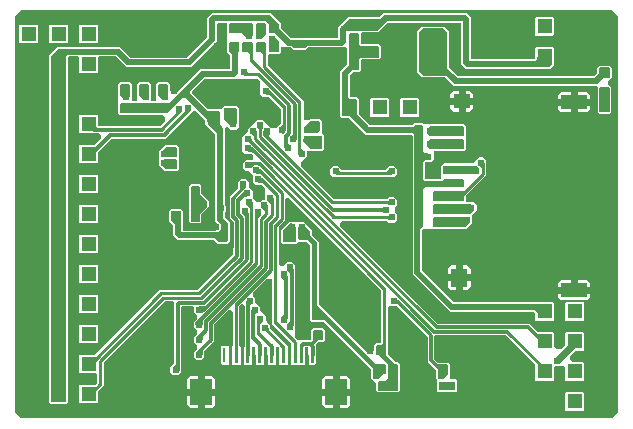
<source format=gbl>
%FSLAX25Y25*%
%MOIN*%
G70*
G01*
G75*
G04 Layer_Physical_Order=4*
G04 Layer_Color=16711680*
%ADD10R,0.05200X0.06000*%
%ADD11R,0.10000X0.03600*%
%ADD12C,0.02800*%
%ADD13R,0.04000X0.02800*%
%ADD14R,0.05400X0.04000*%
%ADD15C,0.04000*%
%ADD16R,0.06000X0.09600*%
%ADD17R,0.09000X0.07000*%
%ADD18R,0.03400X0.02800*%
%ADD19O,0.06496X0.01181*%
%ADD20O,0.01181X0.06496*%
%ADD21R,0.02756X0.00394*%
%ADD22R,0.05512X0.03150*%
%ADD23R,0.01575X0.06400*%
%ADD24R,0.07000X0.04000*%
%ADD25C,0.02400*%
%ADD26C,0.01000*%
%ADD27C,0.00600*%
%ADD28C,0.01400*%
%ADD29C,0.02000*%
%ADD30C,0.01200*%
%ADD31C,0.01600*%
%ADD32C,0.03000*%
%ADD33R,0.05000X0.05000*%
%ADD34R,0.05000X0.05000*%
%ADD35C,0.13780*%
%ADD36C,0.02756*%
%ADD37O,0.04000X0.07000*%
%ADD38O,0.04000X0.05000*%
%ADD39C,0.02400*%
%ADD40C,0.00400*%
%ADD41R,0.07200X0.08600*%
%ADD42R,0.01000X0.05000*%
%ADD43R,0.05600X0.04800*%
%ADD44R,0.06200X0.02800*%
%ADD45R,0.08600X0.04800*%
%ADD46R,0.05600X0.06200*%
%ADD47R,0.03600X0.04400*%
%ADD48R,0.04400X0.03600*%
%ADD49R,0.02800X0.03400*%
G04:AMPARAMS|DCode=50|XSize=37.4mil|YSize=94.49mil|CornerRadius=9.35mil|HoleSize=0mil|Usage=FLASHONLY|Rotation=270.000|XOffset=0mil|YOffset=0mil|HoleType=Round|Shape=RoundedRectangle|*
%AMROUNDEDRECTD50*
21,1,0.03740,0.07579,0,0,270.0*
21,1,0.01870,0.09449,0,0,270.0*
1,1,0.01870,-0.03789,-0.00935*
1,1,0.01870,-0.03789,0.00935*
1,1,0.01870,0.03789,0.00935*
1,1,0.01870,0.03789,-0.00935*
%
%ADD50ROUNDEDRECTD50*%
G04:AMPARAMS|DCode=51|XSize=157.48mil|YSize=94.49mil|CornerRadius=23.62mil|HoleSize=0mil|Usage=FLASHONLY|Rotation=270.000|XOffset=0mil|YOffset=0mil|HoleType=Round|Shape=RoundedRectangle|*
%AMROUNDEDRECTD51*
21,1,0.15748,0.04724,0,0,270.0*
21,1,0.11024,0.09449,0,0,270.0*
1,1,0.04724,-0.02362,-0.05512*
1,1,0.04724,-0.02362,0.05512*
1,1,0.04724,0.02362,0.05512*
1,1,0.04724,0.02362,-0.05512*
%
%ADD51ROUNDEDRECTD51*%
G36*
X201878Y134898D02*
Y2898D01*
X199878Y898D01*
X2878D01*
X878Y2898D01*
Y134898D01*
X2878Y136898D01*
X199878D01*
X201878Y134898D01*
D02*
G37*
%LPC*%
G36*
X125178Y107498D02*
X119578D01*
X119278Y107198D01*
Y101598D01*
X119578Y101298D01*
X125178D01*
X125478Y101598D01*
Y107198D01*
X125178Y107498D01*
D02*
G37*
G36*
X62378Y78898D02*
X59578D01*
X58978Y78298D01*
Y66298D01*
X59578Y65698D01*
X62378D01*
X62978Y66298D01*
Y68698D01*
X65678Y71398D01*
Y72998D01*
X62978Y75698D01*
Y78298D01*
X62378Y78898D01*
D02*
G37*
G36*
X28178Y41998D02*
X22578D01*
X22278Y41698D01*
Y36098D01*
X22578Y35798D01*
X28178D01*
X28478Y36098D01*
Y41698D01*
X28178Y41998D01*
D02*
G37*
G36*
X191378Y46998D02*
X182978D01*
X181878Y45898D01*
Y41298D01*
X182978Y40198D01*
X191378D01*
X192478Y41298D01*
Y45898D01*
X191378Y46998D01*
D02*
G37*
G36*
X143878Y131398D02*
X136478D01*
X134778Y129698D01*
Y116098D01*
X136478Y114398D01*
X144278D01*
X147178Y111498D01*
X194778D01*
X195078Y111198D01*
Y102698D01*
X195678Y102098D01*
X199078D01*
X199678Y102698D01*
Y111298D01*
X198678Y112298D01*
Y113298D01*
X199778Y114398D01*
Y117598D01*
X199078Y118298D01*
X195678D01*
X194978Y117598D01*
Y115898D01*
X193778Y114698D01*
X148578D01*
X145578Y117698D01*
Y129698D01*
X143878Y131398D01*
D02*
G37*
G36*
X135178Y107498D02*
X129578D01*
X129278Y107198D01*
Y101598D01*
X129578Y101298D01*
X135178D01*
X135478Y101598D01*
Y107198D01*
X135178Y107498D01*
D02*
G37*
G36*
X71778Y24998D02*
X69778D01*
X69478Y24698D01*
Y19098D01*
X70078Y18498D01*
X71778D01*
X72078Y18798D01*
Y24698D01*
X71778Y24998D01*
D02*
G37*
G36*
X28178Y31998D02*
X22578D01*
X22278Y31698D01*
Y26098D01*
X22578Y25798D01*
X28178D01*
X28478Y26098D01*
Y31698D01*
X28178Y31998D01*
D02*
G37*
G36*
X127278Y84898D02*
X125678D01*
X124278Y83498D01*
X109978D01*
X108578Y84898D01*
X106978D01*
X105978Y83898D01*
Y82298D01*
X106978Y81298D01*
X127278D01*
X128278Y82298D01*
Y83898D01*
X127278Y84898D01*
D02*
G37*
G36*
X54978Y91798D02*
X50878D01*
X48878Y89798D01*
Y85198D01*
X50878Y83198D01*
X54978D01*
X55578Y83798D01*
Y91198D01*
X54978Y91798D01*
D02*
G37*
G36*
X28178Y71998D02*
X22578D01*
X22278Y71698D01*
Y66098D01*
X22578Y65798D01*
X28178D01*
X28478Y66098D01*
Y71698D01*
X28178Y71998D01*
D02*
G37*
G36*
X190478Y39498D02*
X184578D01*
X184278Y39198D01*
Y33598D01*
X184578Y33298D01*
X190178D01*
X190478Y33598D01*
Y39498D01*
D02*
G37*
G36*
X28178Y81998D02*
X22578D01*
X22278Y81698D01*
Y76098D01*
X22578Y75798D01*
X28178D01*
X28478Y76098D01*
Y81698D01*
X28178Y81998D01*
D02*
G37*
G36*
X191378Y109598D02*
X182978D01*
X181878Y108498D01*
Y104398D01*
Y103898D01*
X182978Y102798D01*
X191378D01*
X192478Y103898D01*
Y108498D01*
X191378Y109598D01*
D02*
G37*
G36*
X151378Y135798D02*
X123678D01*
X122278Y134398D01*
X111878D01*
X108578Y131098D01*
Y127898D01*
X108278Y127598D01*
X92778D01*
X89478Y130898D01*
Y132598D01*
X86278Y135798D01*
X66378D01*
X64878Y134298D01*
Y127698D01*
X58178Y120998D01*
X39478D01*
X35878Y124598D01*
X15178D01*
X12278Y121698D01*
Y6098D01*
X12878Y5498D01*
X17878D01*
X18478Y6098D01*
Y121098D01*
X18778Y121398D01*
X21978D01*
X22278Y121098D01*
Y116098D01*
X22578Y115798D01*
X28178D01*
X28478Y116098D01*
Y121098D01*
X28778Y121398D01*
X34478D01*
X38078Y117798D01*
X59578D01*
X68078Y126298D01*
Y132298D01*
X68378Y132598D01*
X71378D01*
X71678Y132298D01*
Y122798D01*
X72578Y121898D01*
Y117498D01*
X72278Y117198D01*
X62678D01*
X54628Y109148D01*
X53778Y109998D01*
X52578D01*
Y112298D01*
X51978Y112898D01*
X48578D01*
X47978Y112298D01*
Y106798D01*
X47678Y106498D01*
X46478D01*
X46178Y106798D01*
Y112298D01*
X45578Y112898D01*
X42178D01*
X41578Y112298D01*
Y106798D01*
X41278Y106498D01*
X40078D01*
X39778Y106798D01*
Y112298D01*
X39178Y112898D01*
X35778D01*
X35178Y112298D01*
Y102498D01*
X35778Y101898D01*
X50078D01*
X50878Y101098D01*
Y99998D01*
X49078Y98198D01*
X28778D01*
X28478Y98498D01*
Y101698D01*
X28178Y101998D01*
X22578D01*
X22278Y101698D01*
Y96098D01*
X22578Y95798D01*
X28878D01*
X29578Y95098D01*
Y94098D01*
X27478Y91998D01*
X22578D01*
X22278Y91698D01*
Y86098D01*
X22578Y85798D01*
X28178D01*
X28478Y86098D01*
Y89498D01*
X32978Y93998D01*
X50978D01*
X60478Y103498D01*
X60978D01*
X64278Y100198D01*
Y98698D01*
X67578Y95398D01*
Y91798D01*
Y78898D01*
Y66398D01*
X68628Y65348D01*
X67778Y64498D01*
Y63298D01*
X57178D01*
X56878Y63598D01*
Y69998D01*
X56278Y70598D01*
X52878D01*
X52278Y69998D01*
Y66598D01*
X53678Y65198D01*
Y61598D01*
X55178Y60098D01*
X67178D01*
X68278Y58998D01*
X71678D01*
X72578Y59898D01*
Y65898D01*
X70778Y67698D01*
Y69498D01*
X71278Y69998D01*
Y71398D01*
X70778Y71898D01*
Y97498D01*
X71278Y97998D01*
X71878D01*
X72878Y96998D01*
X74478D01*
X75478Y97998D01*
Y104098D01*
X74878Y104698D01*
X70378D01*
X69478Y103798D01*
X65278D01*
X59778Y109298D01*
Y109698D01*
X64078Y113998D01*
X81778D01*
X82578Y113198D01*
Y108898D01*
X83578Y107898D01*
X85478D01*
X89478Y103898D01*
Y99098D01*
X88028Y97648D01*
X87178Y98498D01*
X86328Y97648D01*
X83678Y100298D01*
X81478D01*
X78478Y97298D01*
Y96398D01*
X76678Y94598D01*
Y89998D01*
X77678Y88998D01*
X79678D01*
X80278Y88398D01*
Y87198D01*
X79978Y86898D01*
X77878D01*
X76878Y85898D01*
Y84298D01*
X77878Y83298D01*
X78778D01*
X80178Y81898D01*
Y79598D01*
X81178Y78598D01*
X82978D01*
X84178Y77398D01*
Y73898D01*
X83878Y73598D01*
X83078D01*
X82378Y72898D01*
X81378D01*
X80078Y74198D01*
Y76498D01*
X78778Y77798D01*
Y79498D01*
X77778Y80498D01*
X76178D01*
X75178Y79498D01*
Y77498D01*
X72278Y74598D01*
Y67598D01*
X73678Y66198D01*
Y55498D01*
X61678Y43498D01*
X49078D01*
X37278Y31698D01*
X27578Y21998D01*
X22578D01*
X22278Y21698D01*
Y16098D01*
X22578Y15798D01*
X27878D01*
X28178Y15498D01*
Y12598D01*
X27578Y11998D01*
X22578D01*
X22278Y11698D01*
Y6098D01*
X22578Y5798D01*
X28178D01*
X28478Y6098D01*
Y9698D01*
X30378Y11598D01*
Y19298D01*
X50778Y39698D01*
X53378D01*
X53978Y39098D01*
Y19098D01*
X52578Y17698D01*
Y16098D01*
X53578Y15098D01*
X55178D01*
X56178Y16098D01*
Y37798D01*
X56478Y38098D01*
X60078D01*
X60378Y37798D01*
Y36098D01*
X61378Y35098D01*
Y33998D01*
X60378Y32998D01*
Y31098D01*
X61378Y30098D01*
Y28698D01*
X60378Y27698D01*
Y26098D01*
X61378Y25098D01*
Y23698D01*
X60378Y22698D01*
Y21098D01*
X61378Y20098D01*
X62978D01*
X63978Y21098D01*
Y23098D01*
X67278Y26398D01*
Y32098D01*
X71878Y36698D01*
X72778D01*
X73378Y36098D01*
Y24998D01*
X73078Y24698D01*
Y18798D01*
X73378Y18498D01*
X75718D01*
X76018Y18798D01*
Y24658D01*
X75678Y24998D01*
Y38198D01*
X76178Y38698D01*
X76878D01*
X77378Y38198D01*
Y24998D01*
X77018Y24638D01*
Y18798D01*
X77318Y18498D01*
X79653D01*
X79953Y18798D01*
Y24398D01*
X80953D01*
Y18798D01*
X81253Y18498D01*
X83598D01*
X83898Y18798D01*
Y24398D01*
X84898D01*
Y18798D01*
X85198Y18498D01*
X87538D01*
X87838Y18798D01*
Y24398D01*
X88838D01*
Y18798D01*
X89138Y18498D01*
X91488D01*
X91768Y18778D01*
Y24708D01*
X85978Y30498D01*
Y31798D01*
X84378Y33398D01*
Y34798D01*
X82678Y36498D01*
Y37798D01*
X80978Y39498D01*
Y40798D01*
X80278Y41498D01*
Y42798D01*
X84528Y47048D01*
X85378Y46198D01*
X86578D01*
Y32198D01*
X92768Y26008D01*
Y18798D01*
X93068Y18498D01*
X97378D01*
X97678Y18798D01*
Y24398D01*
X98678D01*
Y18798D01*
X98978Y18498D01*
X100678D01*
X101278Y19098D01*
Y25398D01*
X102178Y26298D01*
X103578D01*
X104178Y26898D01*
Y30298D01*
X103578Y30898D01*
X100178D01*
X99578Y30298D01*
Y27198D01*
X99078Y26698D01*
X95278D01*
X94278Y27698D01*
Y51898D01*
X93278Y52898D01*
X91678D01*
X90178Y51398D01*
X89378D01*
X88778Y51998D01*
Y64498D01*
X90978Y66698D01*
Y73998D01*
X91378Y74398D01*
X91978D01*
X122878Y43498D01*
Y25998D01*
X122678Y25798D01*
X121078D01*
X120478Y25198D01*
Y23298D01*
X119278D01*
X118428Y22448D01*
X102278Y38598D01*
Y59598D01*
X99878Y61998D01*
Y63598D01*
X97178Y66298D01*
X92178D01*
X89478Y63598D01*
Y59398D01*
X90078Y58798D01*
X94478D01*
X95178Y59498D01*
X98178D01*
X99278Y58398D01*
Y33598D01*
X99878Y32998D01*
X103678D01*
X119478Y17198D01*
Y14198D01*
X121178Y12498D01*
Y9998D01*
X121778Y9398D01*
X128478D01*
X129078Y9998D01*
Y18798D01*
X128478Y19398D01*
X127778D01*
X125078Y22098D01*
Y37598D01*
X125578Y38098D01*
X128278D01*
X138378Y27998D01*
Y19598D01*
X141178Y16798D01*
Y14298D01*
X141478Y13998D01*
Y9698D01*
X141778Y9398D01*
X147878D01*
X148278Y9798D01*
Y13398D01*
X147878Y13798D01*
X146078D01*
X145778Y14098D01*
Y18798D01*
X145278Y19298D01*
X141878D01*
X140578Y20598D01*
Y28198D01*
X140878Y28498D01*
X164378D01*
X174278Y18598D01*
Y13598D01*
X174578Y13298D01*
X180178D01*
X180478Y13598D01*
Y17798D01*
X180778Y18098D01*
X183978D01*
X184278Y17798D01*
Y13598D01*
X184578Y13298D01*
X190178D01*
X190478Y13598D01*
Y13998D01*
Y19198D01*
X190178Y19498D01*
X186778D01*
X185978Y20298D01*
Y21598D01*
X187678Y23298D01*
X190178D01*
X190478Y23598D01*
Y29198D01*
X190178Y29498D01*
X184578D01*
X184278Y29198D01*
Y25098D01*
X183178Y23998D01*
X181278D01*
X180478Y24798D01*
Y29198D01*
X180178Y29498D01*
X175178D01*
X172378Y32298D01*
X141878D01*
X109278Y64898D01*
Y65898D01*
X109978Y66598D01*
X124978D01*
X125678Y65898D01*
X127278D01*
X128278Y66898D01*
Y68498D01*
X127378Y69398D01*
Y70998D01*
X128278Y71898D01*
Y73498D01*
X127278Y74498D01*
X125678D01*
X125078Y73898D01*
X107178D01*
X96178Y84898D01*
Y86198D01*
X98178Y88198D01*
Y89698D01*
X98478Y89998D01*
X103278D01*
X103878Y90598D01*
Y94998D01*
X103178Y95698D01*
Y99798D01*
X102578Y100398D01*
X98978D01*
X98078Y101298D01*
X97078D01*
Y106498D01*
X85078Y118498D01*
Y121898D01*
X85378Y122198D01*
X88878D01*
X89478Y122798D01*
Y123498D01*
X90678D01*
Y124398D01*
X92878D01*
X93678Y123598D01*
X97678D01*
X98478Y124398D01*
X111178D01*
X111478Y124098D01*
Y118698D01*
X109278Y116498D01*
Y101598D01*
X109878Y100998D01*
X112078D01*
X117878Y95198D01*
X133078D01*
X133378Y94898D01*
Y48798D01*
X145878Y36298D01*
X173978D01*
X174278Y35998D01*
Y33598D01*
X174578Y33298D01*
X180278D01*
X180478Y33498D01*
Y39198D01*
X180178Y39498D01*
X147278D01*
X136578Y50198D01*
Y63398D01*
X137078Y63898D01*
X151278D01*
X153178Y65798D01*
Y68598D01*
X154878Y70298D01*
Y71698D01*
X153778Y72798D01*
X151378D01*
X151078Y73098D01*
Y74798D01*
X157978Y81698D01*
Y86798D01*
X156978Y87798D01*
X155378D01*
X153378Y85798D01*
X143778D01*
X142978Y84998D01*
Y80798D01*
X142678Y80498D01*
X137678D01*
X137378Y80798D01*
Y85898D01*
X137678Y86198D01*
X139378D01*
X140378Y87198D01*
Y89498D01*
X140678Y89798D01*
X150478D01*
X151078Y90398D01*
Y98198D01*
X150478Y98798D01*
X137178D01*
X136878Y99098D01*
X133978D01*
X133278Y98398D01*
X119278D01*
X115478Y102198D01*
Y107298D01*
X114978Y107798D01*
X112778D01*
X112478Y108098D01*
Y115098D01*
X113478Y116098D01*
X115478D01*
X116078Y116698D01*
Y120098D01*
X116378Y120398D01*
X122178D01*
X122778Y120998D01*
Y124798D01*
X122178Y125398D01*
X116378D01*
X116078Y125698D01*
Y129098D01*
X116378Y129398D01*
X121878D01*
X125078Y132598D01*
X149378D01*
X149678Y132298D01*
Y118798D01*
X151178Y117298D01*
X179178D01*
X180478Y118598D01*
Y124198D01*
X180178Y124498D01*
X174578D01*
X174278Y124198D01*
Y120798D01*
X173978Y120498D01*
X153178D01*
X152878Y120798D01*
Y134298D01*
X151378Y135798D01*
D02*
G37*
G36*
X18178Y131998D02*
X12578D01*
X12278Y131698D01*
Y126098D01*
X12578Y125798D01*
X18178D01*
X18478Y126098D01*
Y131698D01*
X18178Y131998D01*
D02*
G37*
G36*
X8178D02*
X2578D01*
X2278Y131698D01*
Y126098D01*
X2578Y125798D01*
X8178D01*
X8478Y126098D01*
Y131698D01*
X8178Y131998D01*
D02*
G37*
G36*
X66478Y14798D02*
X59378D01*
X58278Y13698D01*
Y5298D01*
X59378Y4198D01*
X66378D01*
X67478Y5298D01*
Y6698D01*
Y13798D01*
X66478Y14798D01*
D02*
G37*
G36*
X28178Y131998D02*
X22578D01*
X22278Y131698D01*
Y126098D01*
X22578Y125798D01*
X28178D01*
X28478Y126098D01*
Y131698D01*
X28178Y131998D01*
D02*
G37*
G36*
X190178Y9498D02*
X184578D01*
X184278Y9198D01*
Y3598D01*
X184578Y3298D01*
X190178D01*
X190478Y3598D01*
X190478Y9198D01*
X190178Y9498D01*
D02*
G37*
G36*
X111378Y14798D02*
X104378D01*
X103278Y13698D01*
Y6698D01*
Y5298D01*
X104378Y4198D01*
X111378D01*
X112478Y5298D01*
Y9398D01*
Y13698D01*
X111378Y14798D01*
D02*
G37*
G36*
X151678Y51698D02*
X146278D01*
X145178Y50598D01*
Y44598D01*
X146278Y43498D01*
X151678D01*
X152778Y44598D01*
Y50598D01*
X151678Y51698D01*
D02*
G37*
G36*
X28178Y61998D02*
X22578D01*
X22278Y61698D01*
Y56098D01*
X22578Y55798D01*
X28178D01*
X28478Y56098D01*
Y61698D01*
X28178Y61998D01*
D02*
G37*
G36*
X152478Y109798D02*
X147078D01*
X145978Y108698D01*
Y104098D01*
X147078Y102998D01*
X152478D01*
X153578Y104098D01*
Y104398D01*
Y108698D01*
X152478Y109798D01*
D02*
G37*
G36*
X28178Y51998D02*
X22578D01*
X22278Y51698D01*
Y46098D01*
X22578Y45798D01*
X28178D01*
X28478Y46098D01*
Y51698D01*
X28178Y51998D01*
D02*
G37*
G36*
X180178Y134498D02*
X174578D01*
X174278Y134198D01*
Y128598D01*
X174578Y128298D01*
X180178D01*
X180678Y128798D01*
Y133998D01*
X180178Y134498D01*
D02*
G37*
G36*
X190478Y13598D02*
D01*
X190478Y9198D01*
X190478Y9198D01*
Y13598D01*
D02*
G37*
%LPD*%
G36*
X85178Y68698D02*
X83378Y66898D01*
Y51398D01*
X64978Y32998D01*
Y29998D01*
X63378Y28398D01*
Y26898D01*
X62178D01*
X61328Y27748D01*
X63978Y30398D01*
Y33398D01*
X82378Y51798D01*
Y67298D01*
X84078Y68998D01*
Y69998D01*
X83128Y70948D01*
X83978Y71798D01*
X85178D01*
Y68698D01*
D02*
G37*
G36*
X80178Y52798D02*
X63078Y35698D01*
X62178D01*
Y38098D01*
X64078D01*
X79178Y53198D01*
Y70798D01*
X78128Y71848D01*
X78978Y72698D01*
X80178D01*
Y52798D01*
D02*
G37*
G36*
X115478Y128798D02*
Y125398D01*
X116078Y124798D01*
X121878D01*
X122178Y124498D01*
Y121298D01*
X121878Y120998D01*
X116078D01*
X115478Y120398D01*
Y116998D01*
X115178Y116698D01*
X113178D01*
X111878Y115398D01*
Y107798D01*
X112478Y107198D01*
X114578D01*
X114878Y106898D01*
Y101898D01*
X118978Y97798D01*
X133578D01*
X134278Y98498D01*
X136478D01*
X136778Y98198D01*
Y89798D01*
X137378Y89198D01*
X138578D01*
Y86798D01*
X137378D01*
X136778Y86198D01*
Y80498D01*
X137378Y79898D01*
X143178D01*
X143878Y80598D01*
X150093D01*
X150378Y80313D01*
Y78098D01*
X150078Y77798D01*
X143878Y77798D01*
X137378D01*
X136778Y77198D01*
Y64498D01*
X135978Y63698D01*
Y49898D01*
X146978Y38898D01*
X177378D01*
Y35898D01*
X175278D01*
X174278Y36898D01*
X146178D01*
X133978Y49098D01*
Y95198D01*
X133378Y95798D01*
X118178D01*
X112378Y101598D01*
X110178D01*
X109878Y101898D01*
Y116198D01*
X112078Y118398D01*
Y128798D01*
X112378Y129098D01*
X115178D01*
X115478Y128798D01*
D02*
G37*
G36*
X91678Y33498D02*
X90478D01*
X89628Y34348D01*
X90678Y35398D01*
Y46898D01*
X89628Y47948D01*
X90478Y48798D01*
X91678D01*
Y33498D01*
D02*
G37*
G36*
X93678Y31198D02*
X92478D01*
X91628Y32048D01*
X92678Y33098D01*
Y49198D01*
X91628Y50248D01*
X92478Y51098D01*
X93678D01*
Y31198D01*
D02*
G37*
G36*
X82828Y68648D02*
X81778Y67598D01*
Y52098D01*
X63378Y33698D01*
Y31898D01*
X60978D01*
Y32698D01*
X80778Y52498D01*
Y69498D01*
X81978D01*
X82828Y68648D01*
D02*
G37*
G36*
X79778Y93498D02*
X141578Y31698D01*
X172078D01*
X177378Y26398D01*
X176678Y25698D01*
X171678Y30698D01*
X141178D01*
X79178Y92698D01*
X78578D01*
Y93898D01*
X79778D01*
Y93498D01*
D02*
G37*
G36*
X78578Y53498D02*
X63778Y38698D01*
X55578D01*
Y16898D01*
X54378D01*
X53528Y17748D01*
X54578Y18798D01*
Y39112D01*
X55164Y39698D01*
X63378D01*
X77578Y53898D01*
Y68098D01*
X76528Y69148D01*
X77378Y69998D01*
X78578D01*
Y53498D01*
D02*
G37*
G36*
X140878Y30098D02*
X165078D01*
X178078Y17098D01*
X177378Y16398D01*
X164678Y29098D01*
X140478D01*
X79978Y89598D01*
X78478D01*
Y90798D01*
X79328Y91648D01*
X140878Y30098D01*
D02*
G37*
G36*
X188628Y25148D02*
X182528Y19048D01*
X180828Y20748D01*
X186928Y26848D01*
X188628Y25148D01*
D02*
G37*
G36*
X77828Y77848D02*
X73878Y73898D01*
Y68298D01*
X75278Y66898D01*
Y54798D01*
X62378Y41898D01*
X49778D01*
X26078Y18198D01*
X25378Y18898D01*
X49378Y42898D01*
X61978D01*
X74278Y55198D01*
Y66498D01*
X72878Y67898D01*
Y74298D01*
X75778Y77198D01*
Y78698D01*
X76978D01*
X77828Y77848D01*
D02*
G37*
G36*
X124478Y44198D02*
Y21798D01*
X127478Y18798D01*
X128178D01*
X128478Y18498D01*
Y10298D01*
X128178Y9998D01*
X122078D01*
X121778Y10298D01*
Y12898D01*
X122078Y13198D01*
X124078D01*
X125078Y14198D01*
Y18798D01*
X122078Y21798D01*
X121378D01*
X121078Y22098D01*
Y24898D01*
X121378Y25198D01*
X122978D01*
X123478Y25698D01*
Y43798D01*
X121978Y45298D01*
X122678Y45998D01*
X124478Y44198D01*
D02*
G37*
G36*
X78278Y75698D02*
Y74498D01*
X76778D01*
X75578Y73298D01*
Y68998D01*
X76878Y67698D01*
Y54098D01*
X63078Y40298D01*
X50478D01*
X29778Y19598D01*
Y11898D01*
X26078Y8198D01*
X25378Y8898D01*
X28778Y12298D01*
Y19998D01*
X50078Y41298D01*
X62678D01*
X75878Y54498D01*
Y67298D01*
X74578Y68598D01*
Y73698D01*
X77428Y76548D01*
X78278Y75698D01*
D02*
G37*
G36*
X139978Y28698D02*
Y20298D01*
X141578Y18698D01*
X144978D01*
X145178Y18498D01*
Y15498D01*
X143828Y14148D01*
X143078Y14898D01*
Y14998D01*
X141778D01*
Y17098D01*
X138978Y19898D01*
Y28298D01*
X128578Y38698D01*
X127078D01*
Y39898D01*
X127928Y40748D01*
X139978Y28698D01*
D02*
G37*
G36*
X99278Y63298D02*
Y61698D01*
X101578Y59398D01*
Y38398D01*
X121178Y18798D01*
X124178D01*
X124478Y18498D01*
Y15698D01*
X124178Y15398D01*
X123378D01*
X122128Y14148D01*
X121278Y14998D01*
X120078D01*
Y17498D01*
X103978Y33598D01*
X100178D01*
X99878Y33898D01*
Y58698D01*
X98478Y60098D01*
X95778Y60098D01*
X95178Y60698D01*
Y64498D01*
X96378D01*
X97228Y65348D01*
X99278Y63298D01*
D02*
G37*
G36*
X90378Y75998D02*
Y66998D01*
X88178Y64798D01*
Y32898D01*
X94738Y26338D01*
Y19398D01*
X94438Y19098D01*
X94038D01*
X93738Y19398D01*
Y25938D01*
X87178Y32498D01*
Y65198D01*
X89378Y67398D01*
Y75598D01*
X82778Y82198D01*
X81278D01*
Y83398D01*
X82128Y84248D01*
X90378Y75998D01*
D02*
G37*
G36*
X85378Y30198D02*
X90798Y24778D01*
Y19398D01*
X90498Y19098D01*
X90098D01*
X89798Y19398D01*
Y24378D01*
X83678Y30498D01*
X84178Y30998D01*
X85378D01*
Y30198D01*
D02*
G37*
G36*
X87178Y68398D02*
X84978Y66198D01*
Y50698D01*
X66678Y32398D01*
Y26698D01*
X63378Y23398D01*
Y21898D01*
X62178D01*
X61328Y22748D01*
X65678Y27098D01*
Y32798D01*
X83978Y51098D01*
Y66598D01*
X86178Y68798D01*
Y72198D01*
X85128Y73248D01*
X85978Y74098D01*
X87178D01*
Y68398D01*
D02*
G37*
G36*
X103578Y29998D02*
Y27198D01*
X103278Y26898D01*
X101878D01*
X100648Y25668D01*
Y19398D01*
X100348Y19098D01*
X99938D01*
X99638Y19398D01*
Y24638D01*
X99278Y24998D01*
X97078D01*
X96708Y24628D01*
Y19398D01*
X96408Y19098D01*
X95998D01*
X95698Y19398D01*
Y25118D01*
X96678Y26098D01*
X99378D01*
X100178Y26898D01*
Y29998D01*
X100478Y30298D01*
X103278D01*
X103578Y29998D01*
D02*
G37*
G36*
X80028Y39148D02*
X78988Y38108D01*
Y19398D01*
X78688Y19098D01*
X78288D01*
X77988Y19398D01*
Y39998D01*
X79178D01*
X80028Y39148D01*
D02*
G37*
G36*
X88778Y75298D02*
Y67698D01*
X86578Y65498D01*
Y49998D01*
X75058Y38478D01*
Y19398D01*
X74758Y19098D01*
X74348D01*
X74048Y19398D01*
Y38868D01*
X85578Y50398D01*
Y65898D01*
X87778Y68098D01*
Y74898D01*
X83478Y79198D01*
X81978D01*
Y80398D01*
X82828Y81248D01*
X88778Y75298D01*
D02*
G37*
G36*
X83428Y33148D02*
X82378Y32098D01*
Y29398D01*
X86868Y24908D01*
Y19398D01*
X86568Y19098D01*
X86158D01*
X85858Y19398D01*
Y24518D01*
X81378Y28998D01*
Y33998D01*
X82578D01*
X83428Y33148D01*
D02*
G37*
G36*
X81728Y36148D02*
X80678Y35098D01*
Y27898D01*
X82928Y25648D01*
Y19398D01*
X82628Y19098D01*
X82228D01*
X81928Y19398D01*
Y25248D01*
X79678Y27498D01*
Y36998D01*
X80878D01*
X81728Y36148D01*
D02*
G37*
G36*
X91078Y104698D02*
Y96898D01*
X89878D01*
X89028Y97748D01*
X90078Y98798D01*
Y104198D01*
X85778Y108498D01*
X84378D01*
Y109698D01*
X85228Y110548D01*
X91078Y104698D01*
D02*
G37*
G36*
X102578Y99498D02*
Y96698D01*
X101578Y95698D01*
X98178D01*
Y96898D01*
X97328Y97748D01*
X99378Y99798D01*
X102278D01*
X102578Y99498D01*
D02*
G37*
G36*
X74878Y103798D02*
Y98798D01*
X73678D01*
X72828Y97948D01*
X70378Y100398D01*
Y103798D01*
X70678Y104098D01*
X74578D01*
X74878Y103798D01*
D02*
G37*
G36*
X56428Y102948D02*
X49878Y96398D01*
X25378D01*
Y98898D01*
X27878D01*
Y98198D01*
X28478Y97598D01*
X49378D01*
X54378Y102598D01*
Y103798D01*
X55578D01*
X56428Y102948D01*
D02*
G37*
G36*
X78978Y115898D02*
X82178D01*
X92678Y105398D01*
Y95698D01*
X91578Y94598D01*
Y92898D01*
X92628Y91848D01*
X91778Y90998D01*
X90578D01*
Y94998D01*
X91678Y96098D01*
Y104998D01*
X81778Y114898D01*
X77078D01*
Y116098D01*
X77928Y116948D01*
X78978Y115898D01*
D02*
G37*
G36*
X103278Y94698D02*
Y90898D01*
X102978Y90598D01*
X99378D01*
X96978Y92998D01*
Y93798D01*
X98178D01*
Y94998D01*
X102978D01*
X103278Y94698D01*
D02*
G37*
G36*
X150478Y97898D02*
Y95098D01*
X150178Y94798D01*
X139178D01*
X138328Y95648D01*
X139178Y96498D01*
X138328Y97348D01*
X139178Y98198D01*
X150178D01*
X150478Y97898D01*
D02*
G37*
G36*
X80078Y125898D02*
Y120298D01*
X94578Y105798D01*
Y93698D01*
X93378D01*
X92528Y94548D01*
X93578Y95598D01*
Y105398D01*
X79078Y119898D01*
Y122198D01*
X78478Y122798D01*
X76978D01*
X76678Y123098D01*
Y125898D01*
X76978Y126198D01*
X79778D01*
X80078Y125898D01*
D02*
G37*
G36*
X199078Y110998D02*
Y102998D01*
X198778Y102698D01*
X195978D01*
X195678Y102998D01*
Y110998D01*
X195978Y111298D01*
X198778D01*
X199078Y110998D01*
D02*
G37*
G36*
X152278Y134026D02*
Y119898D01*
X174278D01*
X174878Y120498D01*
Y121298D01*
X179878D01*
Y118898D01*
X178878Y117898D01*
X151450D01*
X150278Y119069D01*
Y133198D01*
X124778D01*
X121578Y129998D01*
X111178D01*
Y126169D01*
X110006Y124998D01*
X98178D01*
X97378Y124198D01*
X93978D01*
X93178Y124998D01*
X91678D01*
X87478Y129198D01*
X85778D01*
X85478Y129498D01*
Y132198D01*
X84478Y133198D01*
X67478D01*
Y126569D01*
X59306Y118398D01*
X38350D01*
X34749Y121998D01*
X18478D01*
X17878Y121398D01*
Y6398D01*
X17578Y6098D01*
X13178D01*
X12878Y6398D01*
Y121398D01*
X15478Y123998D01*
X35578D01*
X39178Y120398D01*
X58478D01*
X65478Y127398D01*
Y134026D01*
X66650Y135198D01*
X85978D01*
X88878Y132298D01*
Y130598D01*
X92478Y126998D01*
X109178D01*
Y130826D01*
X112150Y133798D01*
X122549D01*
X123950Y135198D01*
X151106D01*
X152278Y134026D01*
D02*
G37*
G36*
X88878Y126598D02*
Y123098D01*
X88578Y122798D01*
X85778D01*
X85478Y123098D01*
Y127098D01*
X86678D01*
X87528Y127948D01*
X88878Y126598D01*
D02*
G37*
G36*
X84478Y132298D02*
Y128848D01*
X83078Y127448D01*
X82228Y128298D01*
X81078D01*
Y132298D01*
X81378Y132598D01*
X84178D01*
X84478Y132298D01*
D02*
G37*
G36*
X80078D02*
Y128298D01*
X78878D01*
X78028Y127448D01*
X76278Y129198D01*
X72578D01*
X72278Y129498D01*
Y132298D01*
X72578Y132598D01*
X79778D01*
X80078Y132298D01*
D02*
G37*
G36*
X45578Y111998D02*
Y107998D01*
X44378D01*
X43528Y107148D01*
X42178Y108498D01*
Y111998D01*
X42478Y112298D01*
X45278D01*
X45578Y111998D01*
D02*
G37*
G36*
X39178D02*
Y107998D01*
X37978D01*
X37128Y107148D01*
X35778Y108498D01*
Y111998D01*
X36078Y112298D01*
X38878D01*
X39178Y111998D01*
D02*
G37*
G36*
X144978Y129398D02*
Y117398D01*
X148278Y114098D01*
X194078D01*
X195678Y115698D01*
Y117398D01*
X195978Y117698D01*
X198778D01*
X199078Y117398D01*
Y114598D01*
X198778Y114298D01*
X197078D01*
X194878Y112098D01*
X147478D01*
X144578Y114998D01*
X136778D01*
X135378Y116398D01*
Y129398D01*
X136778Y130798D01*
X143578D01*
X144978Y129398D01*
D02*
G37*
G36*
X51978Y111998D02*
Y107998D01*
X50778D01*
X49928Y107148D01*
X48578Y108498D01*
Y111998D01*
X48878Y112298D01*
X51678D01*
X51978Y111998D01*
D02*
G37*
G36*
X81478Y94098D02*
X107378Y68198D01*
X125278D01*
X125628Y68548D01*
X126478Y67698D01*
X125628Y66848D01*
X125278Y67198D01*
X106978D01*
X80378Y93798D01*
Y94698D01*
X79428Y95648D01*
X80278Y96498D01*
X81478D01*
Y94098D01*
D02*
G37*
G36*
X62378Y77998D02*
Y75398D01*
X64778Y72998D01*
X63978Y72198D01*
X63878D01*
X64728Y71348D01*
X62378Y68998D01*
Y66598D01*
X62078Y66298D01*
X59878D01*
X59578Y66598D01*
Y77998D01*
X59878Y78298D01*
X62078D01*
X62378Y77998D01*
D02*
G37*
G36*
X83428Y97648D02*
X83078Y97298D01*
Y94798D01*
X107078Y70798D01*
X123478D01*
X123828Y71148D01*
X124678Y70298D01*
X123828Y69448D01*
X123478Y69798D01*
X106678D01*
X82078Y94398D01*
Y97298D01*
X81728Y97648D01*
X82578Y98498D01*
X83428Y97648D01*
D02*
G37*
G36*
X152978Y70998D02*
X153828Y70148D01*
X152478Y68798D01*
X140378D01*
X140078Y69098D01*
Y71898D01*
X140378Y72198D01*
X152978D01*
Y70998D01*
D02*
G37*
G36*
X93278Y64498D02*
X94478D01*
Y59698D01*
X94178Y59398D01*
X90378D01*
X90078Y59698D01*
Y63298D01*
X92478Y65698D01*
X93278D01*
Y64498D01*
D02*
G37*
G36*
X113228Y55448D02*
X112528Y54748D01*
X81978Y85298D01*
X80478D01*
X79478Y84298D01*
X78678Y85098D01*
Y86298D01*
X82378D01*
X113228Y55448D01*
D02*
G37*
G36*
X151378Y66698D02*
X152228Y65848D01*
X150878Y64498D01*
X140378D01*
X140078Y64798D01*
Y67598D01*
X140378Y67898D01*
X151378D01*
Y66698D01*
D02*
G37*
G36*
X75678Y125898D02*
Y123098D01*
X75178Y122598D01*
Y115769D01*
X74006Y114598D01*
X63778D01*
X59178Y109998D01*
Y108998D01*
X64978Y103198D01*
X68878D01*
X69178Y102898D01*
Y98498D01*
X70178Y97498D01*
Y67398D01*
X71978Y65598D01*
Y60198D01*
X71378Y59598D01*
X68578D01*
X67478Y60698D01*
X55449D01*
X54278Y61869D01*
Y65498D01*
X52878Y66898D01*
Y69698D01*
X53178Y69998D01*
X55978D01*
X56278Y69698D01*
Y62698D01*
X68578D01*
X69578Y63698D01*
Y65298D01*
X68178Y66698D01*
Y95698D01*
X65228Y98648D01*
X66092Y99512D01*
X64878Y99498D01*
Y100498D01*
X57778Y107598D01*
X56778D01*
X51678Y102498D01*
X36078D01*
X35778Y102798D01*
Y105598D01*
X36078Y105898D01*
X52278D01*
X62978Y116598D01*
X73178D01*
Y122198D01*
X72278Y123098D01*
Y125898D01*
X72578Y126198D01*
X75378D01*
X75678Y125898D01*
D02*
G37*
G36*
X85728Y95648D02*
X85378Y95298D01*
Y94798D01*
X106878Y73298D01*
X125378D01*
X125628Y73548D01*
X126478Y72698D01*
X125628Y71848D01*
X125178Y72298D01*
X106478D01*
X83678Y95098D01*
Y96498D01*
X84878D01*
X85728Y95648D01*
D02*
G37*
G36*
X59428Y103348D02*
X50678Y94598D01*
X32678D01*
X26178Y88098D01*
X25378Y88898D01*
X32278Y95798D01*
X50178D01*
X57378Y102998D01*
Y104198D01*
X58578D01*
X59428Y103348D01*
D02*
G37*
G36*
X54978Y90898D02*
Y88098D01*
X54678Y87798D01*
X50678D01*
Y88998D01*
X49828Y89848D01*
X51178Y91198D01*
X54678D01*
X54978Y90898D01*
D02*
G37*
G36*
X150478Y93498D02*
Y90698D01*
X150178Y90398D01*
X139178D01*
X138328Y91248D01*
X139178Y92098D01*
X138328Y92948D01*
X139178Y93798D01*
X150178D01*
X150478Y93498D01*
D02*
G37*
G36*
X84478Y125898D02*
Y118198D01*
X96178Y106498D01*
Y90898D01*
X97228Y89848D01*
X96378Y88998D01*
X95178D01*
Y106098D01*
X83478Y117798D01*
Y122198D01*
X82878Y122798D01*
X81378D01*
X81078Y123098D01*
Y125898D01*
X81378Y126198D01*
X84178D01*
X84478Y125898D01*
D02*
G37*
G36*
X155428Y84148D02*
X154578Y83298D01*
Y82098D01*
X143878D01*
X143578Y82398D01*
Y84698D01*
X143878Y84998D01*
X154578D01*
X155428Y84148D01*
D02*
G37*
G36*
X157378Y81998D02*
X150478Y75098D01*
Y73398D01*
X150178Y73098D01*
X140378D01*
X140078Y73398D01*
Y76198D01*
X140378Y76498D01*
X150378D01*
X156378Y82498D01*
Y84098D01*
X155328Y85148D01*
X156178Y85998D01*
X157378D01*
Y81998D01*
D02*
G37*
G36*
X54978Y86898D02*
Y84098D01*
X54678Y83798D01*
X51178D01*
X49828Y85148D01*
X50678Y85998D01*
Y87198D01*
X54678D01*
X54978Y86898D01*
D02*
G37*
G36*
X126478Y83098D02*
Y81898D01*
X107778D01*
Y83098D01*
X108628Y83948D01*
X109678Y82898D01*
X124578D01*
X125628Y83948D01*
X126478Y83098D01*
D02*
G37*
D18*
X87178Y130898D02*
D03*
Y124498D02*
D03*
X78378Y130898D02*
D03*
Y124498D02*
D03*
X82778Y130898D02*
D03*
Y124498D02*
D03*
X73978D02*
D03*
Y130898D02*
D03*
X50278Y110598D02*
D03*
Y104198D02*
D03*
X43878Y110598D02*
D03*
Y104198D02*
D03*
X37478Y110598D02*
D03*
Y104198D02*
D03*
X143478Y17098D02*
D03*
Y23498D02*
D03*
X101878Y28598D02*
D03*
Y34998D02*
D03*
X122778Y17098D02*
D03*
Y23498D02*
D03*
X72578Y101798D02*
D03*
Y108198D02*
D03*
X197378Y115998D02*
D03*
Y109598D02*
D03*
X67178Y108198D02*
D03*
Y101798D02*
D03*
X126778Y23498D02*
D03*
Y17098D02*
D03*
X69978Y54898D02*
D03*
Y61298D02*
D03*
X97578Y55398D02*
D03*
Y61798D02*
D03*
X95678Y125598D02*
D03*
Y119198D02*
D03*
D21*
X125778Y798D02*
D03*
D22*
X144878Y3188D02*
D03*
X124878D02*
D03*
X144878Y11607D02*
D03*
X124878D02*
D03*
D25*
X178178Y41598D02*
X179078Y40698D01*
X148978Y41598D02*
X178178D01*
X148978D02*
Y47598D01*
Y55698D01*
X143678D02*
X148978D01*
X143678Y47798D02*
Y55698D01*
X179078Y43598D02*
X187178D01*
X179078Y40698D02*
Y43598D01*
X160433Y104943D02*
X161688Y106198D01*
X187178D02*
X193759D01*
Y99987D02*
Y106198D01*
X188317Y94544D02*
X193759Y99987D01*
X161688Y106198D02*
X187178D01*
Y110198D01*
X149778Y106398D02*
Y110198D01*
Y100843D02*
Y106398D01*
X146978Y100843D02*
X149778D01*
X144434Y106454D02*
X158922D01*
X113678Y9498D02*
Y16298D01*
X107878D02*
X113678D01*
X107878Y9498D02*
Y16298D01*
X59078Y16998D02*
X62878D01*
X51578Y9498D02*
X59078Y16998D01*
X62878Y9498D02*
Y16998D01*
X42323Y9498D02*
X62878D01*
Y2398D02*
Y9498D01*
X107878Y2498D02*
Y9498D01*
X70078Y2398D02*
Y4498D01*
X62878Y2398D02*
X70078D01*
Y2498D02*
X107878D01*
X118569Y9498D02*
X124878Y3188D01*
X107878Y9498D02*
X118569D01*
X98173D02*
X107878D01*
X92268D02*
X98173D01*
X88331D02*
X92268D01*
X76520D02*
X88331D01*
X72583D02*
X76520D01*
X62878D02*
X72583D01*
X187178Y95683D02*
X188317Y94544D01*
X187178Y95683D02*
Y106198D01*
X59678Y83698D02*
Y85498D01*
X54578Y78598D02*
X59678Y83698D01*
X54578Y76297D02*
Y78598D01*
X177378Y6598D02*
X182178Y11398D01*
X117361Y132313D02*
X117761D01*
X187242Y43544D02*
Y61973D01*
X188317Y63048D01*
X177378Y121298D02*
Y121398D01*
Y122398D01*
X88038Y119698D02*
X95178D01*
X37478Y104198D02*
X43878D01*
X50278D01*
X15378Y8898D02*
Y18898D01*
Y28898D01*
Y38898D01*
Y48898D01*
Y58898D01*
Y68898D01*
Y78898D01*
Y88898D01*
Y98898D01*
Y118898D01*
X5378Y38898D02*
Y68898D01*
Y88898D01*
Y118898D01*
Y8898D02*
Y38898D01*
X60978Y68297D02*
Y72298D01*
Y72398D01*
Y76297D01*
X59678Y85498D02*
Y89498D01*
X51978Y74298D02*
X54578D01*
Y72298D02*
Y74298D01*
X158922Y106454D02*
X160433Y104943D01*
X193878Y11398D02*
X196678Y14198D01*
X163678Y6598D02*
X177378D01*
X182178Y11398D02*
X193878D01*
X187242Y43544D02*
X196678D01*
Y14198D02*
Y43544D01*
X174628Y63048D02*
X188317D01*
X159378Y47798D02*
X174628Y63048D01*
X143678Y47798D02*
X159378D01*
X117361Y104780D02*
Y113882D01*
X120178Y118398D02*
X124378D01*
Y127398D01*
X117278D02*
X124378D01*
X95178Y119698D02*
X95678Y119198D01*
X120178Y113882D02*
Y118398D01*
X117361Y113882D02*
X120178D01*
X133194D02*
X142378Y104698D01*
X117361Y113882D02*
X133194D01*
X142378Y104398D02*
X144434Y106454D01*
D26*
X146978Y74859D02*
X149439D01*
X156878Y82298D01*
Y85998D01*
X146978Y74859D02*
X149439D01*
X95715Y131498D02*
X100615Y136398D01*
X152189D01*
X160433Y128154D01*
X84178Y30698D02*
X90299Y24576D01*
Y21895D02*
Y24576D01*
X80178Y36298D02*
X80878Y36998D01*
X80178Y27698D02*
X82425Y25450D01*
X80178Y27698D02*
Y36298D01*
X81878Y29198D02*
X86362Y24713D01*
X81878Y29198D02*
Y33298D01*
X72583Y21898D02*
Y26293D01*
X81278Y83398D02*
X82278D01*
X81978Y80398D02*
X82978D01*
X62178Y26898D02*
Y27898D01*
X64478Y30198D01*
X66178Y32598D02*
X84478Y50898D01*
Y66398D01*
X82878Y51598D02*
Y67086D01*
X64478Y33198D02*
X82878Y51598D01*
X81278Y52298D02*
Y69498D01*
X62178Y33198D02*
X81278Y52298D01*
X79678Y52998D02*
Y71998D01*
X63578Y36898D02*
X79678Y52998D01*
X78078Y53698D02*
Y69298D01*
X63578Y39198D02*
X78078Y53698D01*
X76378Y54298D02*
Y67415D01*
X62878Y40798D02*
X76378Y54298D01*
X74778Y54998D02*
Y66698D01*
X62178Y42398D02*
X74778Y54998D01*
X87678Y64998D02*
X89878Y67198D01*
X87678Y32698D02*
Y64998D01*
X86078Y65698D02*
X88278Y67898D01*
X86078Y50198D02*
Y65698D01*
X84478Y66398D02*
X86678Y68598D01*
Y68623D02*
Y74098D01*
X64478Y30198D02*
Y33198D01*
X62178Y31898D02*
Y33198D01*
X55378Y39198D02*
X63578D01*
X55078Y38898D02*
X55378Y39198D01*
X55078Y16898D02*
Y38898D01*
X76978Y77698D02*
Y78698D01*
X73378Y68098D02*
X74778Y66698D01*
X71778Y67398D02*
X73172Y66004D01*
Y57991D02*
Y66004D01*
X67178Y108198D02*
X72578D01*
X73378Y68098D02*
Y74098D01*
X71778Y67398D02*
Y93398D01*
X49578Y42398D02*
X62178D01*
X50278Y40798D02*
X62878D01*
X62178Y36898D02*
X63578D01*
X66178Y26898D02*
Y32560D01*
X74551Y21895D02*
Y38671D01*
X86078Y50198D01*
X69978Y54798D02*
X73172Y57991D01*
X25378Y8898D02*
X26078D01*
X29278Y12098D01*
X26078Y18898D02*
X49578Y42398D01*
X29278Y19798D02*
X50278Y40798D01*
X25378Y18898D02*
X26078D01*
X29278Y12098D02*
Y19798D01*
X187278Y26498D02*
X187378Y26598D01*
X157133Y9843D02*
X160433D01*
X143478Y23498D02*
X157133Y9843D01*
X134879Y2398D02*
Y12398D01*
X134877D02*
Y15498D01*
X126878Y23498D02*
X134877Y15498D01*
X124878Y11607D02*
X126878Y13607D01*
Y17098D01*
X124878Y11607D02*
X126587D01*
X61678Y22398D02*
X66178Y26898D01*
X92478Y31198D02*
X93178Y31898D01*
X90478Y48798D02*
X91178Y48098D01*
X92478Y51098D02*
X93178Y50398D01*
X94236Y21895D02*
Y26139D01*
X87678Y32698D02*
X94236Y26139D01*
X90478Y33498D02*
X91178Y34198D01*
X81878Y33298D02*
X82578Y33998D01*
X100142Y21898D02*
Y24834D01*
X99478Y25498D02*
X100142Y24834D01*
X96878Y25498D02*
X99478D01*
X96205Y24825D02*
X96878Y25498D01*
X96205Y21898D02*
Y24825D01*
X86362Y21895D02*
Y24713D01*
X82425Y21895D02*
Y25450D01*
X73378Y74098D02*
X76978Y77698D01*
X106678Y72798D02*
X126478D01*
X82578Y94598D02*
X106878Y70298D01*
X124678D01*
X107178Y67698D02*
X126478D01*
X80978Y93898D02*
X107178Y67698D01*
X63978Y107098D02*
X65078Y108198D01*
X146978Y83521D02*
X154801D01*
X147009Y70498D02*
X153278D01*
X146509Y70998D02*
X146978Y70528D01*
Y66198D02*
X151378D01*
X70078Y65198D02*
X70778Y64498D01*
X117361Y131913D02*
X117761Y132313D01*
X82278Y83398D02*
X89878Y75798D01*
X82978Y80398D02*
X88278Y75098D01*
X66478Y65798D02*
Y73398D01*
Y65798D02*
X67778Y64498D01*
X84678Y100998D02*
X87178Y98498D01*
X79378Y100998D02*
X84678D01*
X77378Y69998D02*
X78078Y69298D01*
X78978Y72698D02*
X79678Y71998D01*
X83978Y71798D02*
X84678Y71098D01*
X80978Y93898D02*
Y95798D01*
X80278Y96498D02*
X80978Y95798D01*
X75078Y68798D02*
Y73498D01*
Y68798D02*
X76372Y67504D01*
X75078Y73498D02*
X77778Y76198D01*
X91078Y91698D02*
Y94798D01*
X89778Y96298D02*
X90478Y96998D01*
X72583Y9498D02*
Y21895D01*
X76520Y9498D02*
Y21895D01*
X80457Y9498D02*
Y21895D01*
X84394Y9498D02*
Y21895D01*
X88331Y9498D02*
Y21895D01*
X92268Y9498D02*
Y21895D01*
X98173Y9498D02*
Y21895D01*
X73378Y123798D02*
X73978Y124398D01*
X87178Y130898D02*
Y132397D01*
X85378Y134198D02*
X87178Y132397D01*
X67678Y134198D02*
X85378D01*
X66478Y132998D02*
X67678Y134198D01*
X65078Y108198D02*
X66578D01*
X74178Y116798D02*
Y124297D01*
X58978Y119398D02*
X66478Y126898D01*
Y132998D01*
X72978Y115598D02*
X74178Y116798D01*
X15378Y118898D02*
Y121798D01*
X16678Y123098D01*
X35178D01*
X38878Y119398D01*
X58978D01*
X63378Y115598D02*
X72978D01*
X60978Y72398D02*
X63578D01*
X108478Y82398D02*
X125778D01*
X97678Y61144D02*
X98632D01*
X106478Y98997D02*
Y101098D01*
Y98997D02*
X108378Y97098D01*
X109878D01*
X71778Y93398D02*
X79378Y100998D01*
X91078Y94798D02*
X92178Y95898D01*
X107778Y92798D02*
X112078Y88498D01*
X107778Y92798D02*
Y98104D01*
X112078Y88498D02*
X125578D01*
X135378Y87998D02*
X138578D01*
X97578Y54698D02*
Y55398D01*
X95678Y52798D02*
X97578Y54698D01*
X92278Y54898D02*
X97178D01*
X91178Y34198D02*
Y48098D01*
X93178Y31898D02*
Y50398D01*
X89878Y67298D02*
Y75798D01*
X88278Y67960D02*
Y75098D01*
X82878Y67086D02*
X84678Y68886D01*
Y71098D01*
X78488Y21895D02*
Y39308D01*
X79178Y39998D01*
X49578Y96998D02*
X55978Y103398D01*
X50378Y95198D02*
X58978Y103798D01*
X32378Y95198D02*
X50378D01*
X26078Y88898D02*
X32378Y95198D01*
X27278Y96998D02*
X49578D01*
X69378Y70698D02*
Y97498D01*
Y66998D02*
Y70698D01*
Y66998D02*
X70078Y66298D01*
Y65198D02*
Y66298D01*
X50278Y104198D02*
X51978D01*
X66378Y100498D02*
Y100998D01*
Y100498D02*
X69378Y97498D01*
X57678Y109698D02*
X66378Y100998D01*
X57678Y109698D02*
Y109898D01*
X51978Y104198D02*
X63378Y115598D01*
X142478Y17098D02*
X143378D01*
X78628Y93948D02*
X141378Y31198D01*
X79378Y90898D02*
X140678Y29598D01*
X141378Y31198D02*
X171878D01*
X176678Y26398D01*
X177378D01*
Y16398D02*
Y17098D01*
X140678Y29598D02*
X164878D01*
X177378Y17098D01*
X139478Y20098D02*
X142478Y17098D01*
X127078Y39898D02*
X128078D01*
X139478Y28498D01*
Y20098D02*
Y28498D01*
X78678Y85798D02*
X82178D01*
X123978Y43998D01*
Y24698D02*
Y43998D01*
X122778Y23498D02*
X123978Y24698D01*
X77078Y115398D02*
X81978D01*
X84378Y109698D02*
X85278D01*
X84878Y94598D02*
X106678Y72798D01*
X84878Y94598D02*
Y96498D01*
X82578Y94598D02*
Y98498D01*
X91078Y91698D02*
X91778Y90998D01*
X85278Y109698D02*
X90578Y104398D01*
Y96998D02*
Y104398D01*
X92178Y95898D02*
Y105198D01*
X81978Y115398D02*
X92178Y105198D01*
X94078Y93898D02*
Y105598D01*
X95678Y88998D02*
Y106298D01*
X78378Y124498D02*
X79578Y123298D01*
Y120098D02*
Y123298D01*
Y120098D02*
X94078Y105598D01*
X83978Y117998D02*
X95678Y106298D01*
X83978Y117998D02*
Y123298D01*
X82778Y124498D02*
X83978Y123298D01*
X107778Y83098D02*
X108478Y82398D01*
X125778D02*
X126478Y83098D01*
X181678Y19898D02*
X187278Y25498D01*
Y26498D01*
D27*
X122878Y21598D02*
Y23498D01*
Y21598D02*
X126878Y17597D01*
Y17098D02*
Y17597D01*
X85278Y32998D02*
Y46098D01*
Y32998D02*
X92268Y26008D01*
Y21898D02*
Y26008D01*
X135768Y2988D02*
X144978D01*
X153779Y3188D02*
X160433Y9843D01*
X144878Y3188D02*
X153779D01*
X143878Y18051D02*
X144224D01*
X116668Y2988D02*
X134187D01*
X89178Y57998D02*
X92278Y54898D01*
X89178Y57998D02*
Y64198D01*
X92278Y67298D01*
X97578D01*
X109778Y32798D02*
X119278Y23298D01*
X109778Y32798D02*
Y55098D01*
X97578Y67298D02*
X109778Y55098D01*
D28*
X100778Y37798D02*
X121978Y16598D01*
X100778Y37798D02*
Y58998D01*
X98632Y61144D02*
X100778Y58998D01*
X175578Y38198D02*
X177378Y36398D01*
X110578Y106198D02*
X112378Y104398D01*
X110578Y106198D02*
Y115598D01*
X113778Y118798D02*
Y127398D01*
X110578Y115598D02*
X113778Y118798D01*
X135378Y79190D02*
X146978D01*
X112378Y103398D02*
Y104398D01*
X119278Y96498D02*
X135378D01*
X112378Y103398D02*
X119278Y96498D01*
X135078Y49398D02*
Y96498D01*
Y49398D02*
X146278Y38198D01*
X175578D01*
D29*
X151878Y118898D02*
X174978D01*
X151278Y119498D02*
X151878Y118898D01*
X151278Y119498D02*
Y133598D01*
X124378Y134198D02*
X150678D01*
X151278Y133598D01*
X117361Y131913D02*
X122094D01*
X124378Y134198D01*
X194478Y113098D02*
X197378Y115998D01*
X160433Y95553D02*
Y104943D01*
X152732Y87851D02*
X160433Y95553D01*
X146978Y87851D02*
X152732D01*
X140295Y122180D02*
Y125398D01*
X147878Y113098D02*
X194478D01*
X140295Y120680D02*
X147878Y113098D01*
X87178Y130898D02*
X92078Y125998D01*
X110178Y130398D02*
X111694Y131913D01*
X117361D01*
X92078Y125998D02*
X109578D01*
X110178Y126598D01*
Y130398D01*
X174978Y118898D02*
X177378Y121298D01*
D30*
X124378Y127398D02*
X128978Y131998D01*
X160433Y127953D02*
Y128154D01*
X144878Y131998D02*
X147578Y129298D01*
X128978Y131998D02*
X144878D01*
X184924Y121398D02*
X187378D01*
X179524Y115998D02*
X184924Y121398D01*
X147578Y119198D02*
Y129298D01*
Y119198D02*
X150778Y115998D01*
X179524D01*
X25378Y88898D02*
X26078D01*
X25378Y98898D02*
X27278Y96998D01*
D32*
X188317Y94544D02*
D03*
Y63048D02*
D03*
D33*
X142378Y104398D02*
D03*
X112378D02*
D03*
X122378D02*
D03*
X132378D02*
D03*
X15378Y128898D02*
D03*
X25378Y118898D02*
D03*
Y128898D02*
D03*
X15378Y118898D02*
D03*
X5378D02*
D03*
X5378Y128898D02*
D03*
Y28898D02*
D03*
X25378D02*
D03*
X15378D02*
D03*
Y18898D02*
D03*
X25378Y8898D02*
D03*
Y18898D02*
D03*
X15378Y8898D02*
D03*
X5378D02*
D03*
X5378Y18898D02*
D03*
Y58898D02*
D03*
X25378D02*
D03*
X15378D02*
D03*
Y48898D02*
D03*
X25378Y38898D02*
D03*
Y48898D02*
D03*
X15378Y38898D02*
D03*
X5378D02*
D03*
X5378Y48898D02*
D03*
X15378Y78898D02*
D03*
X25378Y68898D02*
D03*
Y78898D02*
D03*
X15378Y68898D02*
D03*
X5378D02*
D03*
X5378Y78898D02*
D03*
Y98898D02*
D03*
X5378Y88898D02*
D03*
X15378D02*
D03*
X25378Y98898D02*
D03*
Y88898D02*
D03*
X15378Y98898D02*
D03*
D34*
X177378Y121398D02*
D03*
X187378Y131398D02*
D03*
X177378D02*
D03*
X187378Y121398D02*
D03*
X177378Y16398D02*
D03*
X187378D02*
D03*
Y26398D02*
D03*
X177378Y36398D02*
D03*
X187378D02*
D03*
X177378Y26398D02*
D03*
X187378Y6398D02*
D03*
X177378D02*
D03*
D35*
X42323Y127953D02*
D03*
Y9843D02*
D03*
X160433D02*
D03*
Y127953D02*
D03*
D36*
X134878Y2398D02*
D03*
X134879Y12398D02*
D03*
X134878Y2398D02*
D03*
X134877Y12398D02*
D03*
D37*
X62841Y131498D02*
D03*
X95715D02*
D03*
D38*
X70518Y119698D02*
D03*
X88038D02*
D03*
D39*
X72178Y26198D02*
D03*
X85278Y36198D02*
D03*
X70078Y4498D02*
D03*
X69378Y70698D02*
D03*
X69878Y131398D02*
D03*
X68178Y124698D02*
D03*
X63878Y72198D02*
D03*
X50678Y88998D02*
D03*
Y85998D02*
D03*
X181678Y19898D02*
D03*
X121278Y14998D02*
D03*
X142978D02*
D03*
X78878Y128298D02*
D03*
X82228D02*
D03*
X90478Y33498D02*
D03*
X84178Y30998D02*
D03*
X77378Y69998D02*
D03*
X78978Y72698D02*
D03*
X78278Y75698D02*
D03*
X82578Y33998D02*
D03*
X122678Y99798D02*
D03*
X139778Y81998D02*
D03*
X66078Y99498D02*
D03*
X139178Y96498D02*
D03*
Y92098D02*
D03*
X55578Y103798D02*
D03*
X58578Y104198D02*
D03*
X63878Y106898D02*
D03*
X197378Y106998D02*
D03*
X127078Y39898D02*
D03*
X95678Y52798D02*
D03*
X92478Y31198D02*
D03*
X154578Y83298D02*
D03*
X156178Y85998D02*
D03*
X152978Y70998D02*
D03*
X151378Y66698D02*
D03*
X138578Y87998D02*
D03*
X96378Y64498D02*
D03*
X70778D02*
D03*
X98178Y96898D02*
D03*
X73678Y98798D02*
D03*
X81278Y83398D02*
D03*
X81978Y80398D02*
D03*
X79178Y39998D02*
D03*
X67778Y64498D02*
D03*
X51978Y74298D02*
D03*
X66178Y74198D02*
D03*
X87178Y98498D02*
D03*
X113678Y9498D02*
D03*
X106478Y101098D02*
D03*
X109878Y97098D02*
D03*
X117361Y104780D02*
D03*
X54378Y16898D02*
D03*
X83978Y71798D02*
D03*
X85978Y74098D02*
D03*
X81978Y69498D02*
D03*
X126478Y83098D02*
D03*
X107778D02*
D03*
X124678Y70298D02*
D03*
X82578Y98498D02*
D03*
X126478Y67698D02*
D03*
X80278Y96498D02*
D03*
X84878D02*
D03*
X37978Y107998D02*
D03*
X44378D02*
D03*
X50778D02*
D03*
X76978Y78698D02*
D03*
X78678Y85098D02*
D03*
X78478Y90798D02*
D03*
X96378Y88998D02*
D03*
X91778Y90998D02*
D03*
X89878Y96898D02*
D03*
X93278Y64498D02*
D03*
X98178Y93798D02*
D03*
X62178Y31898D02*
D03*
Y26898D02*
D03*
Y21898D02*
D03*
X117278Y127398D02*
D03*
X143678Y47798D02*
D03*
X117078Y1998D02*
D03*
X77078Y116098D02*
D03*
X84378Y109698D02*
D03*
X78578Y93898D02*
D03*
X30578Y71098D02*
D03*
X35378Y72898D02*
D03*
X30378Y66498D02*
D03*
X38578Y64698D02*
D03*
X46678Y62798D02*
D03*
X63878Y58698D02*
D03*
X62178Y36898D02*
D03*
X51678Y61198D02*
D03*
X54578Y54098D02*
D03*
X47878Y87498D02*
D03*
X160433Y104943D02*
D03*
X10778Y131398D02*
D03*
X20378Y130398D02*
D03*
Y120198D02*
D03*
X29678Y118798D02*
D03*
X38978Y99398D02*
D03*
X33978Y104798D02*
D03*
X61078Y98798D02*
D03*
X64178Y86698D02*
D03*
Y94898D02*
D03*
X73978Y95798D02*
D03*
X191978Y37698D02*
D03*
Y10698D02*
D03*
X187578Y2098D02*
D03*
X192178Y5498D02*
D03*
X179078Y40698D02*
D03*
X125578Y88498D02*
D03*
X108078Y76498D02*
D03*
X125578Y79698D02*
D03*
X108078Y86098D02*
D03*
X100378Y107598D02*
D03*
X98278Y101298D02*
D03*
X75978Y86698D02*
D03*
X92478Y51098D02*
D03*
X90478Y48798D02*
D03*
X109778Y32798D02*
D03*
X80878Y36998D02*
D03*
X85378Y46198D02*
D03*
X86678Y127098D02*
D03*
X53778Y109998D02*
D03*
X119278Y23298D02*
D03*
X157378Y33498D02*
D03*
X93378Y93698D02*
D03*
X90678Y123498D02*
D03*
X126478Y72698D02*
D03*
D41*
X107878Y9498D02*
D03*
X62878D02*
D03*
D42*
X70614Y21898D02*
D03*
X72583D02*
D03*
X74551D02*
D03*
X76520D02*
D03*
X78488D02*
D03*
X80457D02*
D03*
X82425D02*
D03*
X84394D02*
D03*
X86362D02*
D03*
X88331D02*
D03*
X90299D02*
D03*
X92268D02*
D03*
X94236D02*
D03*
X96205D02*
D03*
X98173D02*
D03*
X100142D02*
D03*
D43*
X149778Y106398D02*
D03*
D44*
X146978Y100843D02*
D03*
Y96513D02*
D03*
Y92182D02*
D03*
Y87851D02*
D03*
Y83521D02*
D03*
Y79190D02*
D03*
Y74859D02*
D03*
Y70528D02*
D03*
Y66198D02*
D03*
D45*
X187178Y106198D02*
D03*
Y43598D02*
D03*
D46*
X148978Y47598D02*
D03*
D47*
X101178Y92798D02*
D03*
X107778D02*
D03*
D48*
X92278Y61498D02*
D03*
Y54898D02*
D03*
D49*
X135378Y96498D02*
D03*
X141778D02*
D03*
X135378Y92098D02*
D03*
X141778D02*
D03*
X135378Y74798D02*
D03*
X141778D02*
D03*
X135378Y70498D02*
D03*
X141778D02*
D03*
X135378Y66198D02*
D03*
X141778D02*
D03*
X60978Y68297D02*
D03*
X54578D02*
D03*
X135378Y87798D02*
D03*
X141778D02*
D03*
X107278Y98097D02*
D03*
X100878D02*
D03*
X53278Y85498D02*
D03*
X59678D02*
D03*
X53278Y89498D02*
D03*
X59678D02*
D03*
X60978Y76297D02*
D03*
X54578D02*
D03*
X60978Y72298D02*
D03*
X54578D02*
D03*
X113778Y118398D02*
D03*
X120178D02*
D03*
X113778Y127398D02*
D03*
X120178D02*
D03*
D50*
X117361Y113882D02*
D03*
X117361Y122898D02*
D03*
X117361Y131913D02*
D03*
D51*
X140195Y122898D02*
D03*
M02*

</source>
